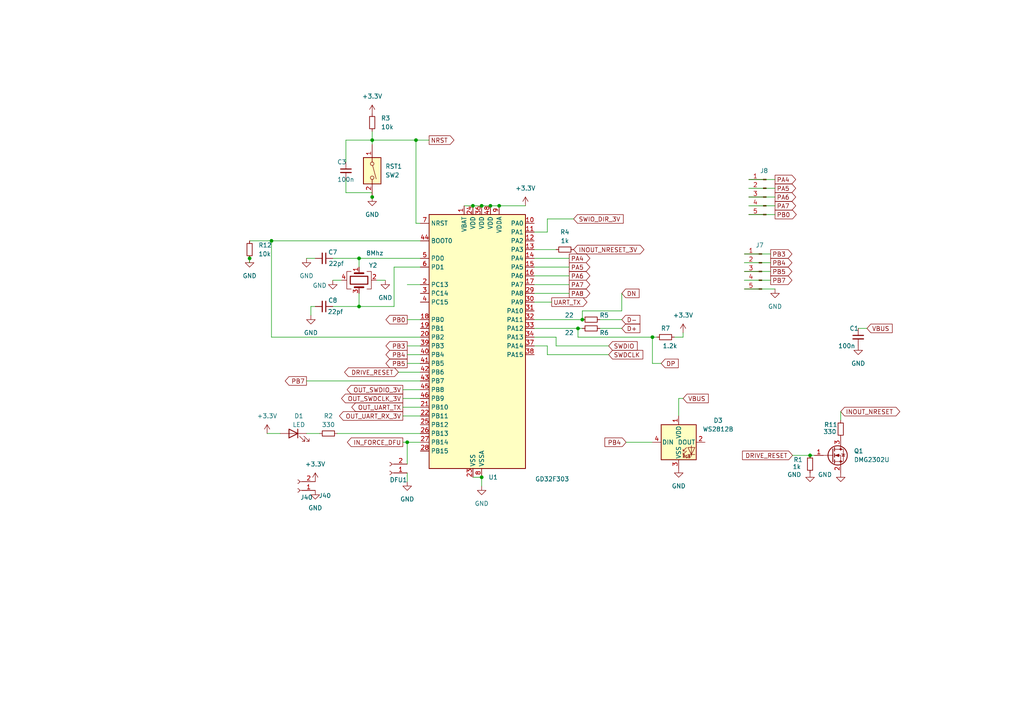
<source format=kicad_sch>
(kicad_sch (version 20231120) (generator "eeschema") (generator_version "8.0")
  (paper "A4")
  (title_block (title "GD32 5pin Level Shifter"))
  (lib_symbols
    (symbol "Connector:Conn_01x02_Socket" (pin_names (offset 1.016) hide)
      (property "Reference" "J" (at 0 2.54 0))
      (property "Value" "Conn_01x02_Socket" (at 0 -5.08 0))
      (symbol "Conn_01x02_Socket_1_1"
        (arc (start 0 -2.032) (mid -0.5058 -2.54) (end 0 -3.048) (stroke (width 0.1524)))
        (polyline (pts (xy -1.27 -2.54) (xy -0.508 -2.54)) (stroke (width 0.1524)))
        (polyline (pts (xy -1.27 0) (xy -0.508 0)) (stroke (width 0.1524)))
        (arc (start 0 0.508) (mid -0.5058 0) (end 0 -0.508) (stroke (width 0.1524)))
        (pin passive line (at -5.08 0 0) (length 3.81) (name "Pin_1") (number "1"))
        (pin passive line (at -5.08 -2.54 0) (length 3.81) (name "Pin_2") (number "2"))
      )
    )
    (symbol "Connector:Conn_01x05_Pin" (pin_names (offset 1.016) hide)
      (property "Reference" "J" (at 0 7.62 0))
      (property "Value" "Conn_01x05_Pin" (at 0 -7.62 0))
      (symbol "Conn_01x05_Pin_1_1"
        (polyline (pts (xy 1.27 -5.08) (xy 0.8636 -5.08)) (stroke (width 0.1524)))
        (polyline (pts (xy 1.27 -2.54) (xy 0.8636 -2.54)) (stroke (width 0.1524)))
        (polyline (pts (xy 1.27 0) (xy 0.8636 0)) (stroke (width 0.1524)))
        (polyline (pts (xy 1.27 2.54) (xy 0.8636 2.54)) (stroke (width 0.1524)))
        (polyline (pts (xy 1.27 5.08) (xy 0.8636 5.08)) (stroke (width 0.1524)))
        (rectangle (start 0.8636 -4.953) (end 0 -5.207) (stroke (width 0.1524)) (fill (type outline)))
        (rectangle (start 0.8636 -2.413) (end 0 -2.667) (stroke (width 0.1524)) (fill (type outline)))
        (rectangle (start 0.8636 0.127) (end 0 -0.127) (stroke (width 0.1524)) (fill (type outline)))
        (rectangle (start 0.8636 2.667) (end 0 2.413) (stroke (width 0.1524)) (fill (type outline)))
        (rectangle (start 0.8636 5.207) (end 0 4.953) (stroke (width 0.1524)) (fill (type outline)))
        (pin passive line (at 5.08 5.08 180) (length 3.81) (name "Pin_1") (number "1"))
        (pin passive line (at 5.08 2.54 180) (length 3.81) (name "Pin_2") (number "2"))
        (pin passive line (at 5.08 0 180) (length 3.81) (name "Pin_3") (number "3"))
        (pin passive line (at 5.08 -2.54 180) (length 3.81) (name "Pin_4") (number "4"))
        (pin passive line (at 5.08 -5.08 180) (length 3.81) (name "Pin_5") (number "5"))
      )
    )
    (symbol "Device:C_Small" (pin_numbers hide) (pin_names (offset 0.254) hide)
      (property "Reference" "C" (at 0.254 1.778 0))
      (property "Value" "C_Small" (at 0.254 -2.032 0))
      (symbol "C_Small_0_1"
        (polyline (pts (xy -1.524 -0.508) (xy 1.524 -0.508)) (stroke (width 0.3302)))
        (polyline (pts (xy -1.524 0.508) (xy 1.524 0.508)) (stroke (width 0.3048)))
      )
      (symbol "C_Small_1_1"
        (pin passive line (at 0 2.54 270) (length 2.032) (name "~") (number "1"))
        (pin passive line (at 0 -2.54 90) (length 2.032) (name "~") (number "2"))
      )
    )
    (symbol "Device:Crystal_GND24" (pin_names (offset 1.016) hide)
      (property "Reference" "Y" (at 3.175 5.08 0))
      (property "Value" "Crystal_GND24" (at 3.175 3.175 0))
      (symbol "Crystal_GND24_0_1"
        (rectangle (start -1.143 2.54) (end 1.143 -2.54) (stroke (width 0.3048)))
        (polyline (pts (xy -2.54 0) (xy -2.032 0)))
        (polyline (pts (xy -2.032 -1.27) (xy -2.032 1.27)) (stroke (width 0.508)))
        (polyline (pts (xy 0 -3.81) (xy 0 -3.556)))
        (polyline (pts (xy 0 3.556) (xy 0 3.81)))
        (polyline (pts (xy 2.032 -1.27) (xy 2.032 1.27)) (stroke (width 0.508)))
        (polyline (pts (xy 2.032 0) (xy 2.54 0)))
        (polyline (pts (xy -2.54 -2.286) (xy -2.54 -3.556) (xy 2.54 -3.556) (xy 2.54 -2.286)))
        (polyline (pts (xy -2.54 2.286) (xy -2.54 3.556) (xy 2.54 3.556) (xy 2.54 2.286)))
      )
      (symbol "Crystal_GND24_1_1"
        (pin passive line (at -3.81 0 0) (length 1.27) (name "1") (number "1"))
        (pin passive line (at 0 5.08 270) (length 1.27) (name "2") (number "2"))
        (pin passive line (at 3.81 0 180) (length 1.27) (name "3") (number "3"))
        (pin passive line (at 0 -5.08 90) (length 1.27) (name "4") (number "4"))
      )
    )
    (symbol "Device:LED" (pin_numbers hide) (pin_names (offset 1.016) hide)
      (property "Reference" "D" (at 0 2.54 0))
      (property "Value" "LED" (at 0 -2.54 0))
      (symbol "LED_0_1"
        (polyline (pts (xy -1.27 -1.27) (xy -1.27 1.27)) (stroke (width 0.254)))
        (polyline (pts (xy -1.27 0) (xy 1.27 0)))
        (polyline (pts (xy 1.27 -1.27) (xy 1.27 1.27) (xy -1.27 0) (xy 1.27 -1.27)) (stroke (width 0.254)))
        (polyline (pts (xy -3.048 -0.762) (xy -4.572 -2.286) (xy -3.81 -2.286) (xy -4.572 -2.286) (xy -4.572 -1.524)))
        (polyline (pts (xy -1.778 -0.762) (xy -3.302 -2.286) (xy -2.54 -2.286) (xy -3.302 -2.286) (xy -3.302 -1.524)))
      )
      (symbol "LED_1_1"
        (pin passive line (at -3.81 0 0) (length 2.54) (name "K") (number "1"))
        (pin passive line (at 3.81 0 180) (length 2.54) (name "A") (number "2"))
      )
    )
    (symbol "Device:R_Small" (pin_numbers hide) (pin_names (offset 0.254) hide)
      (property "Reference" "R" (at 0.762 0.508 0))
      (property "Value" "R_Small" (at 0.762 -1.016 0))
      (symbol "R_Small_0_1"
        (rectangle (start -0.762 1.778) (end 0.762 -1.778) (stroke (width 0.2032)))
      )
      (symbol "R_Small_1_1"
        (pin passive line (at 0 2.54 270) (length 0.762) (name "~") (number "1"))
        (pin passive line (at 0 -2.54 90) (length 0.762) (name "~") (number "2"))
      )
    )
    (symbol "LED:WS2812B" (pin_names (offset 0.254))
      (property "Reference" "D" (at 5.08 5.715 0))
      (property "Value" "WS2812B" (at 1.27 -5.715 0))
      (symbol "WS2812B_0_0"
        (text "RGB" (at 2.286 -4.191 0) (effects (font (size 0.762 0.762))))
      )
      (symbol "WS2812B_0_1"
        (polyline (pts (xy 1.27 -3.556) (xy 1.778 -3.556)))
        (polyline (pts (xy 1.27 -2.54) (xy 1.778 -2.54)))
        (polyline (pts (xy 4.699 -3.556) (xy 2.667 -3.556)))
        (polyline (pts (xy 2.286 -2.54) (xy 1.27 -3.556) (xy 1.27 -3.048)))
        (polyline (pts (xy 2.286 -1.524) (xy 1.27 -2.54) (xy 1.27 -2.032)))
        (polyline (pts (xy 3.683 -1.016) (xy 3.683 -3.556) (xy 3.683 -4.064)))
        (polyline (pts (xy 4.699 -1.524) (xy 2.667 -1.524) (xy 3.683 -3.556) (xy 4.699 -1.524)))
        (rectangle (start 5.08 5.08) (end -5.08 -5.08) (stroke (width 0.254)) (fill (type background)))
      )
      (symbol "WS2812B_1_1"
        (pin power_in line (at 0 7.62 270) (length 2.54) (name "VDD") (number "1"))
        (pin output line (at 7.62 0 180) (length 2.54) (name "DOUT") (number "2"))
        (pin power_in line (at 0 -7.62 90) (length 2.54) (name "VSS") (number "3"))
        (pin input line (at -7.62 0 0) (length 2.54) (name "DIN") (number "4"))
      )
    )
    (symbol "MCU_ST_STM32F1:STM32F103CBTx"
      (property "Reference" "U" (at -12.7 39.37 0))
      (property "Value" "STM32F103CBTx" (at 10.16 39.37 0))
      (symbol "STM32F103CBTx_0_1"
        (rectangle (start -12.7 -35.56) (end 15.24 38.1) (stroke (width 0.254)) (fill (type background)))
      )
      (symbol "STM32F103CBTx_1_1"
        (pin power_in line (at -2.54 40.64 270) (length 2.54) (name "VBAT") (number "1"))
        (pin bidirectional line (at 17.78 35.56 180) (length 2.54) (name "PA0") (number "10"))
        (pin bidirectional line (at 17.78 33.02 180) (length 2.54) (name "PA1") (number "11"))
        (pin bidirectional line (at 17.78 30.48 180) (length 2.54) (name "PA2") (number "12"))
        (pin bidirectional line (at 17.78 27.94 180) (length 2.54) (name "PA3") (number "13"))
        (pin bidirectional line (at 17.78 25.4 180) (length 2.54) (name "PA4") (number "14"))
        (pin bidirectional line (at 17.78 22.86 180) (length 2.54) (name "PA5") (number "15"))
        (pin bidirectional line (at 17.78 20.32 180) (length 2.54) (name "PA6") (number "16"))
        (pin bidirectional line (at 17.78 17.78 180) (length 2.54) (name "PA7") (number "17"))
        (pin bidirectional line (at -15.24 7.62 0) (length 2.54) (name "PB0") (number "18"))
        (pin bidirectional line (at -15.24 5.08 0) (length 2.54) (name "PB1") (number "19"))
        (pin bidirectional line (at -15.24 17.78 0) (length 2.54) (name "PC13") (number "2"))
        (pin bidirectional line (at -15.24 2.54 0) (length 2.54) (name "PB2") (number "20"))
        (pin bidirectional line (at -15.24 -17.78 0) (length 2.54) (name "PB10") (number "21"))
        (pin bidirectional line (at -15.24 -20.32 0) (length 2.54) (name "PB11") (number "22"))
        (pin power_in line (at 0 -38.1 90) (length 2.54) (name "VSS") (number "23"))
        (pin power_in line (at 0 40.64 270) (length 2.54) (name "VDD") (number "24"))
        (pin bidirectional line (at -15.24 -22.86 0) (length 2.54) (name "PB12") (number "25"))
        (pin bidirectional line (at -15.24 -25.4 0) (length 2.54) (name "PB13") (number "26"))
        (pin bidirectional line (at -15.24 -27.94 0) (length 2.54) (name "PB14") (number "27"))
        (pin bidirectional line (at -15.24 -30.48 0) (length 2.54) (name "PB15") (number "28"))
        (pin bidirectional line (at 17.78 15.24 180) (length 2.54) (name "PA8") (number "29"))
        (pin bidirectional line (at -15.24 15.24 0) (length 2.54) (name "PC14") (number "3"))
        (pin bidirectional line (at 17.78 12.7 180) (length 2.54) (name "PA9") (number "30"))
        (pin bidirectional line (at 17.78 10.16 180) (length 2.54) (name "PA10") (number "31"))
        (pin bidirectional line (at 17.78 7.62 180) (length 2.54) (name "PA11") (number "32"))
        (pin bidirectional line (at 17.78 5.08 180) (length 2.54) (name "PA12") (number "33"))
        (pin bidirectional line (at 17.78 2.54 180) (length 2.54) (name "PA13") (number "34"))
        (pin passive line (at 0 -38.1 90) (length 2.54) hide (name "VSS") (number "35"))
        (pin power_in line (at 2.54 40.64 270) (length 2.54) (name "VDD") (number "36"))
        (pin bidirectional line (at 17.78 0 180) (length 2.54) (name "PA14") (number "37"))
        (pin bidirectional line (at 17.78 -2.54 180) (length 2.54) (name "PA15") (number "38"))
        (pin bidirectional line (at -15.24 0 0) (length 2.54) (name "PB3") (number "39"))
        (pin bidirectional line (at -15.24 12.7 0) (length 2.54) (name "PC15") (number "4"))
        (pin bidirectional line (at -15.24 -2.54 0) (length 2.54) (name "PB4") (number "40"))
        (pin bidirectional line (at -15.24 -5.08 0) (length 2.54) (name "PB5") (number "41"))
        (pin bidirectional line (at -15.24 -7.62 0) (length 2.54) (name "PB6") (number "42"))
        (pin bidirectional line (at -15.24 -10.16 0) (length 2.54) (name "PB7") (number "43"))
        (pin input line (at -15.24 30.48 0) (length 2.54) (name "BOOT0") (number "44"))
        (pin bidirectional line (at -15.24 -12.7 0) (length 2.54) (name "PB8") (number "45"))
        (pin bidirectional line (at -15.24 -15.24 0) (length 2.54) (name "PB9") (number "46"))
        (pin passive line (at 0 -38.1 90) (length 2.54) hide (name "VSS") (number "47"))
        (pin power_in line (at 5.08 40.64 270) (length 2.54) (name "VDD") (number "48"))
        (pin bidirectional line (at -15.24 25.4 0) (length 2.54) (name "PD0") (number "5"))
        (pin bidirectional line (at -15.24 22.86 0) (length 2.54) (name "PD1") (number "6"))
        (pin input line (at -15.24 35.56 0) (length 2.54) (name "NRST") (number "7"))
        (pin power_in line (at 2.54 -38.1 90) (length 2.54) (name "VSSA") (number "8"))
        (pin power_in line (at 7.62 40.64 270) (length 2.54) (name "VDDA") (number "9"))
      )
    )
    (symbol "Switch:SW_DIP_x01" (pin_names (offset 0) hide)
      (property "Reference" "SW" (at 0 3.81 0))
      (property "Value" "SW_DIP_x01" (at 0 -3.81 0))
      (symbol "SW_DIP_x01_0_0"
        (circle (center -2.032 0) (radius 0.508))
        (polyline (pts (xy -1.524 0.127) (xy 2.3622 1.1684)))
        (circle (center 2.032 0) (radius 0.508))
      )
      (symbol "SW_DIP_x01_0_1"
        (rectangle (start -3.81 2.54) (end 3.81 -2.54) (stroke (width 0.254)) (fill (type background)))
      )
      (symbol "SW_DIP_x01_1_1"
        (pin passive line (at -7.62 0 0) (length 5.08) (name "~") (number "1"))
        (pin passive line (at 7.62 0 180) (length 5.08) (name "~") (number "2"))
      )
    )
    (symbol "Transistor_FET:DMG2302U" (pin_names hide)
      (property "Reference" "Q" (at 5.08 1.905 0))
      (property "Value" "DMG2302U" (at 5.08 0 0))
      (symbol "DMG2302U_0_1"
        (polyline (pts (xy 0.254 0) (xy -2.54 0)))
        (polyline (pts (xy 0.254 1.905) (xy 0.254 -1.905)) (stroke (width 0.254)))
        (polyline (pts (xy 0.762 -1.27) (xy 0.762 -2.286)) (stroke (width 0.254)))
        (polyline (pts (xy 0.762 0.508) (xy 0.762 -0.508)) (stroke (width 0.254)))
        (polyline (pts (xy 0.762 2.286) (xy 0.762 1.27)) (stroke (width 0.254)))
        (polyline (pts (xy 2.54 2.54) (xy 2.54 1.778)))
        (polyline (pts (xy 2.54 -2.54) (xy 2.54 0) (xy 0.762 0)))
        (polyline (pts (xy 0.762 -1.778) (xy 3.302 -1.778) (xy 3.302 1.778) (xy 0.762 1.778)))
        (polyline (pts (xy 1.016 0) (xy 2.032 0.381) (xy 2.032 -0.381) (xy 1.016 0)) (fill (type outline)))
        (polyline (pts (xy 2.794 0.508) (xy 2.921 0.381) (xy 3.683 0.381) (xy 3.81 0.254)))
        (polyline (pts (xy 3.302 0.381) (xy 2.921 -0.254) (xy 3.683 -0.254) (xy 3.302 0.381)))
        (circle (center 1.651 0) (radius 2.794) (stroke (width 0.254)))
        (circle (center 2.54 -1.778) (radius 0.254) (fill (type outline)))
        (circle (center 2.54 1.778) (radius 0.254) (fill (type outline)))
      )
      (symbol "DMG2302U_1_1"
        (pin input line (at -5.08 0 0) (length 2.54) (name "G") (number "1"))
        (pin passive line (at 2.54 -5.08 90) (length 2.54) (name "S") (number "2"))
        (pin passive line (at 2.54 5.08 270) (length 2.54) (name "D") (number "3"))
      )
    )
    (symbol "power:+3.3V" (power) (pin_names (offset 0))
      (property "Value" "+3.3V" (at 0 3.556 0))
      (symbol "+3.3V_0_1"
        (polyline (pts (xy -0.762 1.27) (xy 0 2.54)))
        (polyline (pts (xy 0 0) (xy 0 2.54)))
        (polyline (pts (xy 0 2.54) (xy 0.762 1.27)))
      )
      (symbol "+3.3V_1_1"
        (pin power_in line (at 0 0 90) (length 0) hide (name "+3.3V") (number "1"))
      )
    )
    (symbol "power:GND" (power) (pin_names (offset 0))
      (property "Value" "GND" (at 0 -3.81 0))
      (symbol "GND_0_1"
        (polyline (pts (xy 0 0) (xy 0 -1.27) (xy 1.27 -1.27) (xy 0 -2.54) (xy -1.27 -1.27) (xy 0 -1.27)))
      )
      (symbol "GND_1_1"
        (pin power_in line (at 0 0 270) (length 0) hide (name "GND") (number "1"))
      )
    )
  )
  (junction (at 72.39 74.93))
  (junction (at 142.24 59.69))
  (junction (at 107.95 40.64))
  (junction (at 107.95 57.15))
  (junction (at 167.64 95.25))
  (junction (at 168.91 92.71))
  (junction (at 118.11 128.27))
  (junction (at 120.65 40.64))
  (junction (at 78.74 69.85))
  (junction (at 189.23 97.79))
  (junction (at 234.95 132.08))
  (junction (at 104.14 88.9))
  (junction (at 144.78 59.69))
  (junction (at 139.7 59.69))
  (junction (at 137.16 59.69))
  (junction (at 104.14 74.93))
  (junction (at 139.7 138.43))
  (wire (pts (xy 107.95 55.88) (xy 107.95 57.15)))
  (wire (pts (xy 144.78 59.69) (xy 152.4 59.69)))
  (wire (pts (xy 88.9 74.93) (xy 91.44 74.93)))
  (wire (pts (xy 78.74 69.85) (xy 78.74 97.79)))
  (wire (pts (xy 121.92 97.79) (xy 78.74 97.79)))
  (wire (pts (xy 154.94 77.47) (xy 165.1 77.47)))
  (wire (pts (xy 104.14 85.09) (xy 104.14 88.9)))
  (wire (pts (xy 215.9 73.66) (xy 223.52 73.66)))
  (wire (pts (xy 139.7 59.69) (xy 142.24 59.69)))
  (wire (pts (xy 100.33 55.88) (xy 107.95 55.88)))
  (wire (pts (xy 167.64 95.25) (xy 168.91 95.25)))
  (wire (pts (xy 234.95 132.08) (xy 236.22 132.08)))
  (wire (pts (xy 198.12 115.57) (xy 196.85 115.57)))
  (wire (pts (xy 154.94 74.93) (xy 165.1 74.93)))
  (wire (pts (xy 116.84 120.65) (xy 121.92 120.65)))
  (wire (pts (xy 217.17 59.69) (xy 224.79 59.69)))
  (wire (pts (xy 154.94 100.33) (xy 158.75 100.33)))
  (wire (pts (xy 109.22 81.28) (xy 111.76 81.28)))
  (wire (pts (xy 118.11 105.41) (xy 121.92 105.41)))
  (wire (pts (xy 116.84 128.27) (xy 118.11 128.27)))
  (wire (pts (xy 114.3 88.9) (xy 114.3 77.47)))
  (wire (pts (xy 161.29 97.79) (xy 161.29 100.33)))
  (wire (pts (xy 137.16 59.69) (xy 139.7 59.69)))
  (wire (pts (xy 96.52 74.93) (xy 104.14 74.93)))
  (wire (pts (xy 180.34 90.17) (xy 180.34 85.09)))
  (wire (pts (xy 243.84 119.38) (xy 243.84 121.92)))
  (wire (pts (xy 215.9 83.82) (xy 224.79 83.82)))
  (wire (pts (xy 217.17 62.23) (xy 224.79 62.23)))
  (wire (pts (xy 173.99 92.71) (xy 180.34 92.71)))
  (wire (pts (xy 229.87 132.08) (xy 234.95 132.08)))
  (wire (pts (xy 88.9 110.49) (xy 121.92 110.49)))
  (wire (pts (xy 100.33 46.99) (xy 100.33 40.64)))
  (wire (pts (xy 154.94 87.63) (xy 160.02 87.63)))
  (wire (pts (xy 154.94 72.39) (xy 161.29 72.39)))
  (wire (pts (xy 118.11 100.33) (xy 121.92 100.33)))
  (wire (pts (xy 154.94 67.31) (xy 158.75 67.31)))
  (wire (pts (xy 189.23 105.41) (xy 191.77 105.41)))
  (wire (pts (xy 107.95 40.64) (xy 107.95 41.91)))
  (wire (pts (xy 154.94 82.55) (xy 165.1 82.55)))
  (wire (pts (xy 121.92 82.55) (xy 118.11 82.55)))
  (wire (pts (xy 195.58 97.79) (xy 198.12 97.79)))
  (wire (pts (xy 90.17 88.9) (xy 90.17 91.44)))
  (wire (pts (xy 161.29 100.33) (xy 176.53 100.33)))
  (wire (pts (xy 118.11 128.27) (xy 118.11 134.62)))
  (wire (pts (xy 107.95 40.64) (xy 120.65 40.64)))
  (wire (pts (xy 116.84 115.57) (xy 121.92 115.57)))
  (wire (pts (xy 154.94 92.71) (xy 168.91 92.71)))
  (wire (pts (xy 168.91 92.71) (xy 168.91 90.17)))
  (wire (pts (xy 189.23 97.79) (xy 189.23 105.41)))
  (wire (pts (xy 96.52 88.9) (xy 104.14 88.9)))
  (wire (pts (xy 115.57 107.95) (xy 121.92 107.95)))
  (wire (pts (xy 168.91 90.17) (xy 180.34 90.17)))
  (wire (pts (xy 217.17 54.61) (xy 224.79 54.61)))
  (wire (pts (xy 154.94 95.25) (xy 167.64 95.25)))
  (wire (pts (xy 116.84 113.03) (xy 121.92 113.03)))
  (wire (pts (xy 198.12 96.52) (xy 198.12 97.79)))
  (wire (pts (xy 189.23 97.79) (xy 167.64 97.79)))
  (wire (pts (xy 120.65 64.77) (xy 121.92 64.77)))
  (wire (pts (xy 100.33 40.64) (xy 107.95 40.64)))
  (wire (pts (xy 158.75 63.5) (xy 166.37 63.5)))
  (wire (pts (xy 120.65 40.64) (xy 124.46 40.64)))
  (wire (pts (xy 72.39 74.93) (xy 72.39 76.2)))
  (wire (pts (xy 154.94 85.09) (xy 165.1 85.09)))
  (wire (pts (xy 154.94 80.01) (xy 165.1 80.01)))
  (wire (pts (xy 107.95 38.1) (xy 107.95 40.64)))
  (wire (pts (xy 104.14 74.93) (xy 121.92 74.93)))
  (wire (pts (xy 142.24 59.69) (xy 144.78 59.69)))
  (wire (pts (xy 190.5 97.79) (xy 189.23 97.79)))
  (wire (pts (xy 118.11 137.16) (xy 118.11 139.7)))
  (wire (pts (xy 158.75 67.31) (xy 158.75 63.5)))
  (wire (pts (xy 120.65 40.64) (xy 120.65 64.77)))
  (wire (pts (xy 137.16 138.43) (xy 139.7 138.43)))
  (wire (pts (xy 118.11 128.27) (xy 121.92 128.27)))
  (wire (pts (xy 100.33 52.07) (xy 100.33 55.88)))
  (wire (pts (xy 88.9 125.73) (xy 92.71 125.73)))
  (wire (pts (xy 215.9 81.28) (xy 223.52 81.28)))
  (wire (pts (xy 173.99 95.25) (xy 180.34 95.25)))
  (wire (pts (xy 181.61 128.27) (xy 189.23 128.27)))
  (wire (pts (xy 96.52 81.28) (xy 99.06 81.28)))
  (wire (pts (xy 196.85 115.57) (xy 196.85 120.65)))
  (wire (pts (xy 158.75 102.87) (xy 158.75 100.33)))
  (wire (pts (xy 78.74 69.85) (xy 121.92 69.85)))
  (wire (pts (xy 90.17 88.9) (xy 91.44 88.9)))
  (wire (pts (xy 139.7 138.43) (xy 139.7 140.97)))
  (wire (pts (xy 215.9 76.2) (xy 223.52 76.2)))
  (wire (pts (xy 217.17 57.15) (xy 224.79 57.15)))
  (wire (pts (xy 116.84 118.11) (xy 121.92 118.11)))
  (wire (pts (xy 114.3 77.47) (xy 121.92 77.47)))
  (wire (pts (xy 154.94 97.79) (xy 161.29 97.79)))
  (wire (pts (xy 248.92 95.25) (xy 251.46 95.25)))
  (wire (pts (xy 215.9 78.74) (xy 223.52 78.74)))
  (wire (pts (xy 72.39 69.85) (xy 78.74 69.85)))
  (wire (pts (xy 77.47 125.73) (xy 81.28 125.73)))
  (wire (pts (xy 104.14 88.9) (xy 114.3 88.9)))
  (wire (pts (xy 217.17 52.07) (xy 224.79 52.07)))
  (wire (pts (xy 104.14 74.93) (xy 104.14 77.47)))
  (wire (pts (xy 118.11 102.87) (xy 121.92 102.87)))
  (wire (pts (xy 118.11 92.71) (xy 121.92 92.71)))
  (wire (pts (xy 97.79 125.73) (xy 121.92 125.73)))
  (wire (pts (xy 167.64 95.25) (xy 167.64 97.79)))
  (wire (pts (xy 158.75 102.87) (xy 176.53 102.87)))
  (wire (pts (xy 134.62 59.69) (xy 137.16 59.69)))
  (global_label "VBUS" (shape input) (at 198.12 115.57 0) (property "Intersheetrefs" "${INTERSHEET_REFS}" (effects (hide yes))))
  (global_label "PA5" (shape output) (at 165.1 77.47 0) (property "Intersheetrefs" "${INTERSHEET_REFS}" (effects (hide yes))))
  (global_label "PB3" (shape output) (at 223.52 73.66 0) (property "Intersheetrefs" "${INTERSHEET_REFS}" (effects (hide yes))))
  (global_label "PA7" (shape output) (at 165.1 82.55 0) (property "Intersheetrefs" "${INTERSHEET_REFS}" (effects (hide yes))))
  (global_label "PA5" (shape output) (at 224.79 54.61 0) (property "Intersheetrefs" "${INTERSHEET_REFS}" (effects (hide yes))))
  (global_label "D+" (shape input) (at 180.34 95.25 0) (property "Intersheetrefs" "${INTERSHEET_REFS}" (effects (hide yes))))
  (global_label "INOUT_NRESET_3V" (shape bidirectional) (at 166.37 72.39 0) (property "Intersheetrefs" "${INTERSHEET_REFS}" (effects (hide yes))))
  (global_label "PB0" (shape output) (at 224.79 62.23 0) (property "Intersheetrefs" "${INTERSHEET_REFS}" (effects (hide yes))))
  (global_label "SWDCLK" (shape input) (at 176.53 102.87 0) (property "Intersheetrefs" "${INTERSHEET_REFS}" (effects (hide yes))))
  (global_label "PB7" (shape output) (at 223.52 81.28 0) (property "Intersheetrefs" "${INTERSHEET_REFS}" (effects (hide yes))))
  (global_label "PB3" (shape output) (at 118.11 100.33 180) (property "Intersheetrefs" "${INTERSHEET_REFS}" (effects (hide yes))))
  (global_label "DP" (shape input) (at 191.77 105.41 0) (property "Intersheetrefs" "${INTERSHEET_REFS}" (effects (hide yes))))
  (global_label "PB5" (shape output) (at 118.11 105.41 180) (property "Intersheetrefs" "${INTERSHEET_REFS}" (effects (hide yes))))
  (global_label "PB5" (shape output) (at 223.52 78.74 0) (property "Intersheetrefs" "${INTERSHEET_REFS}" (effects (hide yes))))
  (global_label "UART_TX" (shape output) (at 160.02 87.63 0) (property "Intersheetrefs" "${INTERSHEET_REFS}" (effects (hide yes))))
  (global_label "SWDIO" (shape input) (at 176.53 100.33 0) (property "Intersheetrefs" "${INTERSHEET_REFS}" (effects (hide yes))))
  (global_label "PA7" (shape output) (at 224.79 59.69 0) (property "Intersheetrefs" "${INTERSHEET_REFS}" (effects (hide yes))))
  (global_label "INOUT_NRESET" (shape bidirectional) (at 243.84 119.38 0) (property "Intersheetrefs" "${INTERSHEET_REFS}" (effects (hide yes))))
  (global_label "DRIVE_RESET" (shape input) (at 229.87 132.08 180) (property "Intersheetrefs" "${INTERSHEET_REFS}" (effects (hide yes))))
  (global_label "NRST" (shape output) (at 124.46 40.64 0) (property "Intersheetrefs" "${INTERSHEET_REFS}" (effects (hide yes))))
  (global_label "VBUS" (shape input) (at 251.46 95.25 0) (property "Intersheetrefs" "${INTERSHEET_REFS}" (effects (hide yes))))
  (global_label "PB4" (shape output) (at 223.52 76.2 0) (property "Intersheetrefs" "${INTERSHEET_REFS}" (effects (hide yes))))
  (global_label "PA4" (shape output) (at 224.79 52.07 0) (property "Intersheetrefs" "${INTERSHEET_REFS}" (effects (hide yes))))
  (global_label "D-" (shape input) (at 180.34 92.71 0) (property "Intersheetrefs" "${INTERSHEET_REFS}" (effects (hide yes))))
  (global_label "DN" (shape input) (at 180.34 85.09 0) (property "Intersheetrefs" "${INTERSHEET_REFS}" (effects (hide yes))))
  (global_label "PB4" (shape output) (at 118.11 102.87 180) (property "Intersheetrefs" "${INTERSHEET_REFS}" (effects (hide yes))))
  (global_label "SWIO_DIR_3V" (shape input) (at 166.37 63.5 0) (property "Intersheetrefs" "${INTERSHEET_REFS}" (effects (hide yes))))
  (global_label "DRIVE_RESET" (shape bidirectional) (at 115.57 107.95 180) (property "Intersheetrefs" "${INTERSHEET_REFS}" (effects (hide yes))))
  (global_label "OUT_SWDCLK_3V" (shape output) (at 116.84 115.57 180) (property "Intersheetrefs" "${INTERSHEET_REFS}" (effects (hide yes))))
  (global_label "PA4" (shape output) (at 165.1 74.93 0) (property "Intersheetrefs" "${INTERSHEET_REFS}" (effects (hide yes))))
  (global_label "PB0" (shape output) (at 118.11 92.71 180) (property "Intersheetrefs" "${INTERSHEET_REFS}" (effects (hide yes))))
  (global_label "OUT_UART_TX" (shape output) (at 116.84 118.11 180) (property "Intersheetrefs" "${INTERSHEET_REFS}" (effects (hide yes))))
  (global_label "PA6" (shape output) (at 165.1 80.01 0) (property "Intersheetrefs" "${INTERSHEET_REFS}" (effects (hide yes))))
  (global_label "OUT_SWDIO_3V" (shape output) (at 116.84 113.03 180) (property "Intersheetrefs" "${INTERSHEET_REFS}" (effects (hide yes))))
  (global_label "OUT_UART_RX_3V" (shape output) (at 116.84 120.65 180) (property "Intersheetrefs" "${INTERSHEET_REFS}" (effects (hide yes))))
  (global_label "PA8" (shape output) (at 165.1 85.09 0) (property "Intersheetrefs" "${INTERSHEET_REFS}" (effects (hide yes))))
  (global_label "PB4" (shape input) (at 181.61 128.27 180) (property "Intersheetrefs" "${INTERSHEET_REFS}" (effects (hide yes))))
  (global_label "PB7" (shape output) (at 88.9 110.49 180) (property "Intersheetrefs" "${INTERSHEET_REFS}" (effects (hide yes))))
  (global_label "PA6" (shape output) (at 224.79 57.15 0) (property "Intersheetrefs" "${INTERSHEET_REFS}" (effects (hide yes))))
  (global_label "IN_FORCE_DFU" (shape output) (at 116.84 128.27 180) (property "Intersheetrefs" "${INTERSHEET_REFS}" (effects (hide yes))))
  (symbol (lib_id "Transistor_FET:DMG2302U") (at 241.3 132.08 0) (unit 1)
    (property "Reference" "Q1" (at 247.65 130.8099 0) (effects (justify left)))
    (property "Value" "DMG2302U" (at 247.65 133.3499 0) (effects (justify left)))
    (property "Footprint" "Package_TO_SOT_SMD:SOT-23" (effects (hide yes)))
    (property "Datasheet" "http://www.diodes.com/assets/Datasheets/DMG2302U.pdf" (effects (hide yes)))
    (property "Description" "4.2A Id, 20V Vds, N-Channel MOSFET, SOT-23" (effects (hide yes)))
  )
  (symbol (lib_id "power:+3.3V") (at 152.4 59.69 0) (unit 1)
    (property "Reference" "#PWR020" (effects (hide yes)))
    (property "Value" "+3.3V" (at 152.4 54.61 0))
  )
  (symbol (lib_id "Device:LED") (at 85.09 125.73 0) (mirror y) (unit 1)
    (property "Reference" "D1" (at 86.6775 120.65 0))
    (property "Value" "LED" (at 86.6775 123.19 0))
    (property "Footprint" "Diode_SMD:D_0805_2012Metric" (effects (hide yes)))
  )
  (symbol (lib_id "power:+3.3V") (at 198.12 96.52 0) (unit 1)
    (property "Reference" "#PWR021" (effects (hide yes)))
    (property "Value" "+3.3V" (at 198.12 91.44 0))
  )
  (symbol (lib_id "power:GND") (at 196.85 135.89 0) (unit 1)
    (property "Reference" "#PWR01" (effects (hide yes)))
    (property "Value" "GND" (at 196.85 140.97 0))
  )
  (symbol (lib_id "power:GND") (at 72.39 74.93 0) (unit 1)
    (property "Reference" "#PWR07" (effects (hide yes)))
    (property "Value" "GND" (at 72.39 80.01 0))
  )
  (symbol (lib_id "Device:Crystal_GND24") (at 104.14 81.28 270) (unit 1)
    (property "Reference" "Y2" (at 106.934 76.962 90) (effects (justify left)))
    (property "Value" "8Mhz" (at 106.172 73.406 90) (effects (justify left)))
    (property "Footprint" "Crystal:Crystal_SMD_TXC_7M-4Pin_3.2x2.5mm" (effects (hide yes)))
    (property "Datasheet" "https://www.digikey.de/de/products/detail/txc-corporation/7M-12-000MAAE-T/3674337" (effects (hide yes)))
  )
  (symbol (lib_id "power:GND") (at 139.7 140.97 0) (unit 1)
    (property "Reference" "#PWR019" (effects (hide yes)))
    (property "Value" "GND" (at 139.7 146.05 0))
  )
  (symbol (lib_id "power:GND") (at 224.79 83.82 0) (unit 1)
    (property "Reference" "#PWR031" (effects (hide yes)))
    (property "Value" "GND" (at 224.79 88.9 0))
  )
  (symbol (lib_id "LED:WS2812B") (at 196.85 128.27 0) (unit 1)
    (property "Reference" "D3" (at 208.28 121.9514 0))
    (property "Value" "WS2812B" (at 208.28 124.4914 0))
    (property "Footprint" "LED_SMD:LED_WS2812B_PLCC4_5.0x5.0mm_P3.2mm" (effects (hide yes)))
    (property "Datasheet" "https://cdn-shop.adafruit.com/datasheets/WS2812B.pdf" (effects (hide yes)))
    (property "Description" "RGB LED with integrated controller" (effects (hide yes)))
  )
  (symbol (lib_id "power:GND") (at 88.9 74.93 0) (unit 1)
    (property "Reference" "#PWR023" (effects (hide yes)))
    (property "Value" "GND" (at 88.9 80.01 0))
  )
  (symbol (lib_id "power:GND") (at 107.95 57.15 0) (unit 1)
    (property "Reference" "#PWR017" (effects (hide yes)))
    (property "Value" "GND" (at 107.95 62.23 0))
  )
  (symbol (lib_id "Device:R_Small") (at 193.04 97.79 270) (unit 1)
    (property "Reference" "R7" (at 193.04 95.25 90))
    (property "Value" "1.2k" (at 194.31 100.33 90))
    (property "Footprint" "Resistor_SMD:R_0603_1608Metric" (effects (hide yes)))
  )
  (symbol (lib_id "Connector:Conn_01x05_Pin") (at 220.98 78.74 0) (mirror y) (unit 1)
    (property "Reference" "J7" (at 220.345 71.12 0))
    (property "Value" "Conn_01x05_Pin" (effects (hide yes)))
    (property "Footprint" "Connector_PinSocket_1.27mm:PinSocket_1x05_P1.27mm_Vertical" (effects (hide yes)))
    (property "Description" "Generic connector, single row, 01x05, script generated" (effects (hide yes)))
  )
  (symbol (lib_id "power:GND") (at 118.11 139.7 0) (unit 1)
    (property "Reference" "#PWR018" (effects (hide yes)))
    (property "Value" "GND" (at 118.11 144.78 0))
  )
  (symbol (lib_id "power:GND") (at 96.52 81.28 0) (unit 1)
    (property "Reference" "#PWR029" (effects (hide yes)))
    (property "Value" "GND" (at 92.71 82.804 0))
  )
  (symbol (lib_id "power:+3.3V") (at 91.44 139.7 0) (unit 1)
    (property "Reference" "#PWR04" (effects (hide yes)))
    (property "Value" "+3.3V" (at 91.44 134.62 0))
  )
  (symbol (lib_id "Connector:Conn_01x05_Pin") (at 222.25 57.15 0) (mirror y) (unit 1)
    (property "Reference" "J8" (at 221.615 49.53 0))
    (property "Footprint" "Connector_PinSocket_1.27mm:PinSocket_1x05_P1.27mm_Vertical" (effects (hide yes)))
    (property "Description" "Generic connector, single row, 01x05, script generated" (effects (hide yes)))
  )
  (symbol (lib_id "Device:C_Small") (at 100.33 49.53 0) (unit 1)
    (property "Reference" "C3" (at 97.79 46.99 0) (effects (justify left)))
    (property "Value" "100n" (at 97.79 52.07 0) (effects (justify left)))
    (property "Footprint" "Resistor_SMD:R_0603_1608Metric" (effects (hide yes)))
  )
  (symbol (lib_id "power:GND") (at 243.84 137.16 0) (unit 1)
    (property "Reference" "#PWR05" (effects (hide yes)))
    (property "Value" "GND" (at 239.268 137.668 0))
  )
  (symbol (lib_id "Device:C_Small") (at 248.92 97.79 0) (unit 1)
    (property "Reference" "C1" (at 246.38 95.25 0) (effects (justify left)))
    (property "Value" "100n" (at 243.078 100.33 0) (effects (justify left)))
    (property "Footprint" "Resistor_SMD:R_0603_1608Metric" (effects (hide yes)))
  )
  (symbol (lib_id "power:GND") (at 234.95 137.16 0) (unit 1)
    (property "Reference" "#PWR02" (effects (hide yes)))
    (property "Value" "GND" (at 230.378 137.668 0))
  )
  (symbol (lib_id "Device:C_Small") (at 93.98 74.93 270) (unit 1)
    (property "Reference" "C7" (at 96.52 73.152 90))
    (property "Value" "22pf" (at 97.536 76.454 90))
    (property "Footprint" "Resistor_SMD:R_0603_1608Metric" (effects (hide yes)))
  )
  (symbol (lib_id "Device:R_Small") (at 95.25 125.73 270) (unit 1)
    (property "Reference" "R2" (at 95.25 120.65 90))
    (property "Value" "330" (at 95.25 123.19 90))
    (property "Footprint" "Resistor_SMD:R_0603_1608Metric" (effects (hide yes)))
  )
  (symbol (lib_id "power:GND") (at 90.17 91.44 0) (unit 1)
    (property "Reference" "#PWR028" (effects (hide yes)))
    (property "Value" "GND" (at 90.17 96.52 0))
  )
  (symbol (lib_id "power:+3.3V") (at 77.47 125.73 0) (unit 1)
    (property "Reference" "#PWR015" (effects (hide yes)))
    (property "Value" "+3.3V" (at 77.47 120.65 0))
  )
  (symbol (lib_id "Device:R_Small") (at 171.45 95.25 270) (unit 1)
    (property "Reference" "R6" (at 175.26 96.52 90))
    (property "Value" "22" (at 165.1 96.52 90))
    (property "Footprint" "Resistor_SMD:R_0603_1608Metric" (effects (hide yes)))
  )
  (symbol (lib_id "power:GND") (at 111.76 81.28 0) (unit 1)
    (property "Reference" "#PWR030" (effects (hide yes)))
    (property "Value" "GND" (at 111.76 86.36 0))
  )
  (symbol (lib_id "Device:R_Small") (at 107.95 35.56 0) (unit 1)
    (property "Reference" "R3" (at 110.49 34.29 0) (effects (justify left)))
    (property "Value" "10k" (at 110.49 36.83 0) (effects (justify left)))
    (property "Footprint" "Resistor_SMD:R_0603_1608Metric" (effects (hide yes)))
  )
  (symbol (lib_id "Device:R_Small") (at 243.84 124.46 0) (unit 1)
    (property "Reference" "R11" (at 239.014 123.19 0) (effects (justify left)))
    (property "Value" "330" (at 238.76 125.222 0) (effects (justify left)))
    (property "Footprint" "Resistor_SMD:R_0603_1608Metric" (effects (hide yes)))
  )
  (symbol (lib_id "Device:R_Small") (at 163.83 72.39 270) (unit 1)
    (property "Reference" "R4" (at 163.83 67.31 90))
    (property "Value" "1k" (at 163.83 69.85 90))
    (property "Footprint" "Resistor_SMD:R_0603_1608Metric" (effects (hide yes)))
  )
  (symbol (lib_id "Connector:Conn_01x02_Socket") (at 86.36 142.24 180) (unit 1)
    (property "Reference" "J40" (at 88.9 144.272 0))
    (property "Value" "J40" (at 94.234 143.764 0))
    (property "Footprint" "Connector_PinHeader_1.27mm:PinHeader_1x02_P1.27mm_Vertical" (effects (hide yes)))
    (property "Description" "Generic connector, single row, 01x02, script generated" (effects (hide yes)))
  )
  (symbol (lib_id "Device:C_Small") (at 93.98 88.9 270) (unit 1)
    (property "Reference" "C8" (at 96.52 87.122 90))
    (property "Value" "22pf" (at 97.282 90.424 90))
    (property "Footprint" "Resistor_SMD:R_0603_1608Metric" (effects (hide yes)))
  )
  (symbol (lib_id "power:GND") (at 91.44 142.24 0) (unit 1)
    (property "Reference" "#PWR03" (effects (hide yes)))
    (property "Value" "GND" (at 91.44 147.32 0))
  )
  (symbol (lib_id "Device:R_Small") (at 234.95 134.62 0) (unit 1)
    (property "Reference" "R1" (at 230.124 133.35 0) (effects (justify left)))
    (property "Value" "1k" (at 229.87 135.382 0) (effects (justify left)))
    (property "Footprint" "Resistor_SMD:R_0603_1608Metric" (effects (hide yes)))
  )
  (symbol (lib_id "Switch:SW_DIP_x01") (at 107.95 49.53 270) (unit 1)
    (property "Reference" "RST1" (at 111.76 48.26 90) (effects (justify left)))
    (property "Value" "SW2" (at 111.76 50.8 90) (effects (justify left)))
    (property "Footprint" "Button_Switch_SMD:SW_SPST_CK_RS282G05A3" (effects (hide yes)))
  )
  (symbol (lib_id "power:GND") (at 248.92 100.33 0) (unit 1)
    (property "Reference" "#PWR06" (effects (hide yes)))
    (property "Value" "GND" (at 248.92 105.41 0))
  )
  (symbol (lib_id "power:+3.3V") (at 107.95 33.02 0) (unit 1)
    (property "Reference" "#PWR016" (effects (hide yes)))
    (property "Value" "+3.3V" (at 107.95 27.94 0))
  )
  (symbol (lib_id "Device:R_Small") (at 72.39 72.39 0) (unit 1)
    (property "Reference" "R12" (at 74.93 71.12 0) (effects (justify left)))
    (property "Value" "10k" (at 74.93 73.66 0) (effects (justify left)))
    (property "Footprint" "Resistor_SMD:R_0603_1608Metric" (effects (hide yes)))
  )
  (symbol (lib_id "MCU_ST_STM32F1:STM32F103CBTx") (at 137.16 100.33 0) (unit 1)
    (property "Reference" "U1" (at 141.6559 138.43 0) (effects (justify left)))
    (property "Value" "GD32F303" (at 155.194 138.938 0) (effects (justify left)))
    (property "Footprint" "Package_QFP:LQFP-48_7x7mm_P0.5mm" (effects (hide yes)))
    (property "Datasheet" "https://www.st.com/resource/en/datasheet/stm32f103cb.pdf" (effects (hide yes)))
  )
  (symbol (lib_id "Device:R_Small") (at 171.45 92.71 270) (unit 1)
    (property "Reference" "R5" (at 175.26 91.44 90))
    (property "Value" "22" (at 165.1 91.44 90))
    (property "Footprint" "Resistor_SMD:R_0603_1608Metric" (effects (hide yes)))
  )
  (symbol (lib_id "Connector:Conn_01x02_Socket") (at 113.03 137.16 180) (unit 1)
    (property "Reference" "DFU1" (at 115.57 139.192 0))
    (property "Value" "DFU" (effects (hide yes)))
    (property "Footprint" "Connector_PinHeader_1.27mm:PinHeader_1x02_P1.27mm_Vertical" (effects (hide yes)))
    (property "Description" "Generic connector, single row, 01x02, script generated" (effects (hide yes)))
  )
)
</source>
